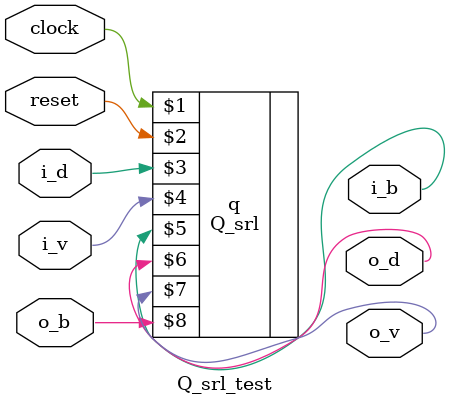
<source format=v>

`include "Q_srl.v"

module Q_srl_test (clock, reset, i_d, i_v, i_b, o_d, o_v, o_b);

   parameter depth = 2;
   parameter width = 1;
   
   input     clock;
   input     reset;
   
   input  [width-1:0] i_d;
   input              i_v;
   output             i_b;

   output [width-1:0] o_d;
   output             o_v;
   input              o_b;

   Q_srl #(depth, width) q (clock, reset, i_d, i_v, i_b, o_d, o_v, o_b);

endmodule // Q_srl_test

</source>
